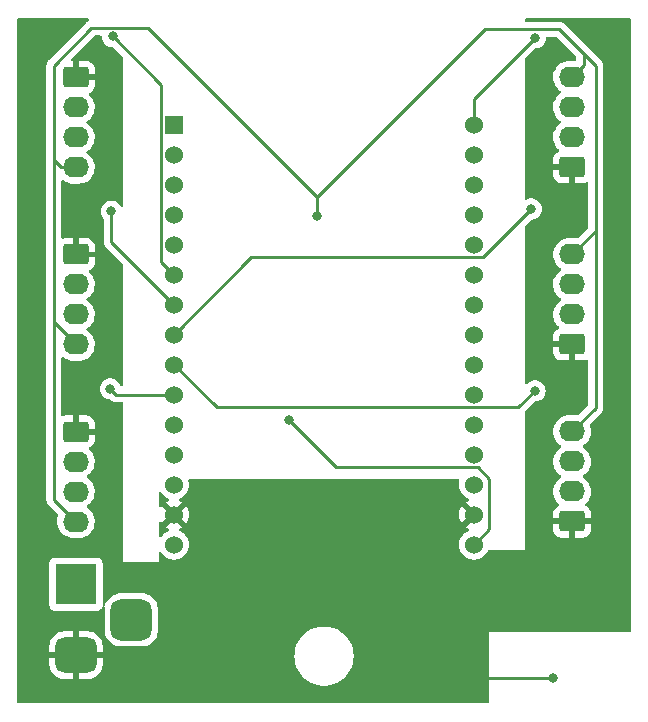
<source format=gbr>
%TF.GenerationSoftware,KiCad,Pcbnew,7.0.2*%
%TF.CreationDate,2023-04-23T19:59:56+01:00*%
%TF.ProjectId,fan-controller,66616e2d-636f-46e7-9472-6f6c6c65722e,rev?*%
%TF.SameCoordinates,Original*%
%TF.FileFunction,Copper,L2,Bot*%
%TF.FilePolarity,Positive*%
%FSLAX46Y46*%
G04 Gerber Fmt 4.6, Leading zero omitted, Abs format (unit mm)*
G04 Created by KiCad (PCBNEW 7.0.2) date 2023-04-23 19:59:56*
%MOMM*%
%LPD*%
G01*
G04 APERTURE LIST*
G04 Aperture macros list*
%AMRoundRect*
0 Rectangle with rounded corners*
0 $1 Rounding radius*
0 $2 $3 $4 $5 $6 $7 $8 $9 X,Y pos of 4 corners*
0 Add a 4 corners polygon primitive as box body*
4,1,4,$2,$3,$4,$5,$6,$7,$8,$9,$2,$3,0*
0 Add four circle primitives for the rounded corners*
1,1,$1+$1,$2,$3*
1,1,$1+$1,$4,$5*
1,1,$1+$1,$6,$7*
1,1,$1+$1,$8,$9*
0 Add four rect primitives between the rounded corners*
20,1,$1+$1,$2,$3,$4,$5,0*
20,1,$1+$1,$4,$5,$6,$7,0*
20,1,$1+$1,$6,$7,$8,$9,0*
20,1,$1+$1,$8,$9,$2,$3,0*%
G04 Aperture macros list end*
%TA.AperFunction,ComponentPad*%
%ADD10R,1.524000X1.524000*%
%TD*%
%TA.AperFunction,ComponentPad*%
%ADD11C,1.524000*%
%TD*%
%TA.AperFunction,ComponentPad*%
%ADD12RoundRect,0.250000X-0.845000X0.620000X-0.845000X-0.620000X0.845000X-0.620000X0.845000X0.620000X0*%
%TD*%
%TA.AperFunction,ComponentPad*%
%ADD13O,2.190000X1.740000*%
%TD*%
%TA.AperFunction,ComponentPad*%
%ADD14RoundRect,0.250000X0.845000X-0.620000X0.845000X0.620000X-0.845000X0.620000X-0.845000X-0.620000X0*%
%TD*%
%TA.AperFunction,ComponentPad*%
%ADD15R,3.500000X3.500000*%
%TD*%
%TA.AperFunction,ComponentPad*%
%ADD16RoundRect,0.750000X1.000000X-0.750000X1.000000X0.750000X-1.000000X0.750000X-1.000000X-0.750000X0*%
%TD*%
%TA.AperFunction,ComponentPad*%
%ADD17RoundRect,0.875000X0.875000X-0.875000X0.875000X0.875000X-0.875000X0.875000X-0.875000X-0.875000X0*%
%TD*%
%TA.AperFunction,ViaPad*%
%ADD18C,0.800000*%
%TD*%
%TA.AperFunction,Conductor*%
%ADD19C,0.254000*%
%TD*%
%TA.AperFunction,Conductor*%
%ADD20C,0.250000*%
%TD*%
G04 APERTURE END LIST*
D10*
%TO.P,U4,1,EN*%
%TO.N,unconnected-(U4-EN-Pad1)*%
X33300000Y-29000000D03*
D11*
%TO.P,U4,2,SENSOR_VP*%
%TO.N,unconnected-(U4-SENSOR_VP-Pad2)*%
X33300000Y-31540000D03*
%TO.P,U4,3,SENSOR_VN*%
%TO.N,unconnected-(U4-SENSOR_VN-Pad3)*%
X33300000Y-34080000D03*
%TO.P,U4,4,IO34*%
%TO.N,unconnected-(U4-IO34-Pad4)*%
X33300000Y-36620000D03*
%TO.P,U4,5,IO35*%
%TO.N,unconnected-(U4-IO35-Pad5)*%
X33300000Y-39160000D03*
%TO.P,U4,6,IO32*%
%TO.N,TACO_4*%
X33300000Y-41700000D03*
%TO.P,U4,7,IO33*%
%TO.N,TACO_5*%
X33300000Y-44240000D03*
%TO.P,U4,8,IO25*%
%TO.N,TACO_2*%
X33300000Y-46780000D03*
%TO.P,U4,9,IO26*%
%TO.N,TACO_3*%
X33300000Y-49320000D03*
%TO.P,U4,10,IO27*%
%TO.N,TACO_6*%
X33300000Y-51860000D03*
%TO.P,U4,11,IO14*%
%TO.N,unconnected-(U4-IO14-Pad11)*%
X33300000Y-54400000D03*
%TO.P,U4,12,IO12*%
%TO.N,unconnected-(U4-IO12-Pad12)*%
X33300000Y-56940000D03*
%TO.P,U4,13,IO13*%
%TO.N,PWM_1*%
X33300000Y-59480000D03*
%TO.P,U4,14,GND*%
%TO.N,GND*%
X33300000Y-62020000D03*
%TO.P,U4,15,VIN*%
%TO.N,+5V*%
X33300000Y-64560000D03*
%TO.P,U4,16,3V3*%
%TO.N,+3.3V*%
X58700000Y-64560000D03*
%TO.P,U4,17,GND*%
%TO.N,GND*%
X58700000Y-62020000D03*
%TO.P,U4,18,IO15*%
%TO.N,unconnected-(U4-IO15-Pad18)*%
X58700000Y-59480000D03*
%TO.P,U4,19,IO2*%
%TO.N,unconnected-(U4-IO2-Pad19)*%
X58700000Y-56940000D03*
%TO.P,U4,20,IO4*%
%TO.N,unconnected-(U4-IO4-Pad20)*%
X58700000Y-54400000D03*
%TO.P,U4,21,IO16*%
%TO.N,unconnected-(U4-IO16-Pad21)*%
X58700000Y-51860000D03*
%TO.P,U4,22,IO17*%
%TO.N,unconnected-(U4-IO17-Pad22)*%
X58700000Y-49320000D03*
%TO.P,U4,23,IO5*%
%TO.N,unconnected-(U4-IO5-Pad23)*%
X58700000Y-46780000D03*
%TO.P,U4,24,IO18*%
%TO.N,unconnected-(U4-IO18-Pad24)*%
X58700000Y-44240000D03*
%TO.P,U4,25,IO19*%
%TO.N,unconnected-(U4-IO19-Pad25)*%
X58700000Y-41700000D03*
%TO.P,U4,26,IO21*%
%TO.N,SDA*%
X58700000Y-39160000D03*
%TO.P,U4,27,RXD0/IO3*%
%TO.N,unconnected-(U4-RXD0{slash}IO3-Pad27)*%
X58700000Y-36620000D03*
%TO.P,U4,28,TXD0/IO1*%
%TO.N,unconnected-(U4-TXD0{slash}IO1-Pad28)*%
X58700000Y-34080000D03*
%TO.P,U4,29,IO22*%
%TO.N,SCL*%
X58700000Y-31540000D03*
%TO.P,U4,30,IO23*%
%TO.N,TACO_1*%
X58700000Y-29000000D03*
%TD*%
D12*
%TO.P,J6,1,Pin_1*%
%TO.N,GND*%
X25000000Y-40000000D03*
D13*
%TO.P,J6,2,Pin_2*%
%TO.N,+12V*%
X25000000Y-42540000D03*
%TO.P,J6,3,Pin_3*%
%TO.N,Net-(D5-K)*%
X25000000Y-45080000D03*
%TO.P,J6,4,Pin_4*%
%TO.N,PWM_OUT*%
X25000000Y-47620000D03*
%TD*%
D14*
%TO.P,J4,1,Pin_1*%
%TO.N,GND*%
X67000000Y-62600000D03*
D13*
%TO.P,J4,2,Pin_2*%
%TO.N,+12V*%
X67000000Y-60060000D03*
%TO.P,J4,3,Pin_3*%
%TO.N,Net-(D3-K)*%
X67000000Y-57520000D03*
%TO.P,J4,4,Pin_4*%
%TO.N,PWM_OUT*%
X67000000Y-54980000D03*
%TD*%
D15*
%TO.P,J1,1*%
%TO.N,+12V*%
X25000000Y-67914000D03*
D16*
%TO.P,J1,2*%
%TO.N,GND*%
X25000000Y-73914000D03*
D17*
%TO.P,J1,3*%
%TO.N,N/C*%
X29700000Y-70914000D03*
%TD*%
D12*
%TO.P,J5,1,Pin_1*%
%TO.N,GND*%
X25000000Y-25000000D03*
D13*
%TO.P,J5,2,Pin_2*%
%TO.N,+12V*%
X25000000Y-27540000D03*
%TO.P,J5,3,Pin_3*%
%TO.N,Net-(D4-K)*%
X25000000Y-30080000D03*
%TO.P,J5,4,Pin_4*%
%TO.N,PWM_OUT*%
X25000000Y-32620000D03*
%TD*%
D14*
%TO.P,J2,1,Pin_1*%
%TO.N,GND*%
X67000000Y-32600000D03*
D13*
%TO.P,J2,2,Pin_2*%
%TO.N,+12V*%
X67000000Y-30060000D03*
%TO.P,J2,3,Pin_3*%
%TO.N,Net-(D1-K)*%
X67000000Y-27520000D03*
%TO.P,J2,4,Pin_4*%
%TO.N,PWM_OUT*%
X67000000Y-24980000D03*
%TD*%
D14*
%TO.P,J3,1,Pin_1*%
%TO.N,GND*%
X67000000Y-47600000D03*
D13*
%TO.P,J3,2,Pin_2*%
%TO.N,+12V*%
X67000000Y-45060000D03*
%TO.P,J3,3,Pin_3*%
%TO.N,Net-(D2-K)*%
X67000000Y-42520000D03*
%TO.P,J3,4,Pin_4*%
%TO.N,PWM_OUT*%
X67000000Y-39980000D03*
%TD*%
D12*
%TO.P,J7,1,Pin_1*%
%TO.N,GND*%
X25000000Y-55000000D03*
D13*
%TO.P,J7,2,Pin_2*%
%TO.N,+12V*%
X25000000Y-57540000D03*
%TO.P,J7,3,Pin_3*%
%TO.N,Net-(D6-K)*%
X25000000Y-60080000D03*
%TO.P,J7,4,Pin_4*%
%TO.N,PWM_OUT*%
X25000000Y-62620000D03*
%TD*%
D18*
%TO.N,+3.3V*%
X43000000Y-54000000D03*
%TO.N,GND*%
X65424062Y-75845337D03*
%TO.N,TACO_1*%
X63878446Y-21649191D03*
%TO.N,TACO_2*%
X63542472Y-36158520D03*
%TO.N,TACO_3*%
X63868556Y-51544691D03*
%TO.N,TACO_4*%
X28099487Y-21542657D03*
%TO.N,TACO_5*%
X28000000Y-36356683D03*
%TO.N,TACO_6*%
X27910567Y-51375374D03*
%TO.N,PWM_OUT*%
X45420377Y-36765827D03*
%TD*%
D19*
%TO.N,+3.3V*%
X57000000Y-58000000D02*
X57029000Y-58029000D01*
X57000000Y-58000000D02*
X47000000Y-58000000D01*
X60000000Y-63260000D02*
X58700000Y-64560000D01*
X57029000Y-58029000D02*
X59029000Y-58029000D01*
X60000000Y-59000000D02*
X60000000Y-63260000D01*
X59029000Y-58029000D02*
X60000000Y-59000000D01*
X47000000Y-58000000D02*
X43000000Y-54000000D01*
%TO.N,GND*%
X65424062Y-75845337D02*
X59154663Y-75845337D01*
D20*
%TO.N,TACO_1*%
X58700000Y-26827637D02*
X63878446Y-21649191D01*
X58700000Y-29000000D02*
X58700000Y-26827637D01*
%TO.N,TACO_2*%
X63542472Y-36158520D02*
X59453992Y-40247000D01*
X59453992Y-40247000D02*
X39833000Y-40247000D01*
X39833000Y-40247000D02*
X33300000Y-46780000D01*
%TO.N,TACO_3*%
X36927000Y-52947000D02*
X33300000Y-49320000D01*
X62466247Y-52947000D02*
X36927000Y-52947000D01*
X63868556Y-51544691D02*
X62466247Y-52947000D01*
%TO.N,TACO_4*%
X33300000Y-41700000D02*
X32213000Y-40613000D01*
X32213000Y-40613000D02*
X32213000Y-25656170D01*
X32213000Y-25656170D02*
X28099487Y-21542657D01*
%TO.N,TACO_5*%
X33300000Y-44240000D02*
X28000000Y-38940000D01*
X28000000Y-38940000D02*
X28000000Y-36356683D01*
%TO.N,TACO_6*%
X28395193Y-51860000D02*
X27910567Y-51375374D01*
X33300000Y-51860000D02*
X28395193Y-51860000D01*
%TO.N,PWM_OUT*%
X69000000Y-37000000D02*
X69000000Y-24000000D01*
X68000000Y-23980000D02*
X68000000Y-23000000D01*
X45420377Y-35105413D02*
X59601599Y-20924191D01*
X23125000Y-45745000D02*
X23125000Y-45000000D01*
X67000000Y-54980000D02*
X69000000Y-52980000D01*
X25000000Y-47620000D02*
X23125000Y-45745000D01*
X25000000Y-62620000D02*
X23125000Y-60745000D01*
X31080553Y-20817657D02*
X26307343Y-20817657D01*
X45420377Y-36765827D02*
X45420377Y-35157481D01*
X59601599Y-20924191D02*
X65924191Y-20924191D01*
X69000000Y-52980000D02*
X69000000Y-37000000D01*
X69000000Y-37980000D02*
X69000000Y-37000000D01*
X23125000Y-45000000D02*
X23125000Y-32000000D01*
X23745000Y-32620000D02*
X23125000Y-32000000D01*
X67000000Y-24980000D02*
X68000000Y-23980000D01*
X45420377Y-35157481D02*
X31080553Y-20817657D01*
X67000000Y-39980000D02*
X69000000Y-37980000D01*
X65924191Y-20924191D02*
X68000000Y-23000000D01*
X23125000Y-60745000D02*
X23125000Y-45000000D01*
X45420377Y-36765827D02*
X45420377Y-35105413D01*
X23125000Y-24000000D02*
X23125000Y-32000000D01*
X69000000Y-24000000D02*
X68000000Y-23000000D01*
X26307343Y-20817657D02*
X23125000Y-24000000D01*
X25000000Y-32620000D02*
X23745000Y-32620000D01*
%TD*%
%TA.AperFunction,Conductor*%
%TO.N,GND*%
G36*
X26074073Y-20020185D02*
G01*
X26119828Y-20072989D01*
X26129772Y-20142147D01*
X26100747Y-20205703D01*
X26070149Y-20231236D01*
X26039707Y-20249237D01*
X26022247Y-20257790D01*
X26003610Y-20265169D01*
X25968274Y-20290842D01*
X25958517Y-20297252D01*
X25920923Y-20319486D01*
X25906756Y-20333653D01*
X25891967Y-20346283D01*
X25875756Y-20358061D01*
X25847915Y-20391715D01*
X25840054Y-20400354D01*
X22741208Y-23499199D01*
X22725110Y-23512096D01*
X22677096Y-23563225D01*
X22674392Y-23566016D01*
X22657628Y-23582780D01*
X22657621Y-23582787D01*
X22654880Y-23585529D01*
X22652499Y-23588597D01*
X22652490Y-23588608D01*
X22652411Y-23588711D01*
X22644842Y-23597572D01*
X22614935Y-23629420D01*
X22605285Y-23646974D01*
X22594609Y-23663228D01*
X22582326Y-23679063D01*
X22564975Y-23719158D01*
X22559838Y-23729644D01*
X22538802Y-23767907D01*
X22533821Y-23787309D01*
X22527520Y-23805711D01*
X22519561Y-23824102D01*
X22512728Y-23867242D01*
X22510360Y-23878674D01*
X22499500Y-23920977D01*
X22499500Y-23941016D01*
X22497972Y-23960414D01*
X22494840Y-23980196D01*
X22498950Y-24023673D01*
X22499500Y-24035343D01*
X22499500Y-31917256D01*
X22497235Y-31937766D01*
X22499439Y-32007872D01*
X22499500Y-32011767D01*
X22499500Y-45662256D01*
X22497235Y-45682766D01*
X22499439Y-45752872D01*
X22499500Y-45756767D01*
X22499500Y-60662256D01*
X22497235Y-60682766D01*
X22499439Y-60752872D01*
X22499500Y-60756767D01*
X22499500Y-60784350D01*
X22499988Y-60788219D01*
X22499989Y-60788225D01*
X22500004Y-60788343D01*
X22500918Y-60799967D01*
X22502290Y-60843626D01*
X22507879Y-60862860D01*
X22511825Y-60881916D01*
X22514335Y-60901792D01*
X22530414Y-60942404D01*
X22534197Y-60953451D01*
X22546382Y-60995391D01*
X22556580Y-61012635D01*
X22565136Y-61030100D01*
X22572514Y-61048732D01*
X22572515Y-61048733D01*
X22598180Y-61084059D01*
X22604593Y-61093822D01*
X22626826Y-61131416D01*
X22626829Y-61131419D01*
X22626830Y-61131420D01*
X22640995Y-61145585D01*
X22653627Y-61160375D01*
X22665406Y-61176587D01*
X22699058Y-61204426D01*
X22707699Y-61212289D01*
X23470360Y-61974951D01*
X23503845Y-62036274D01*
X23501244Y-62098941D01*
X23430417Y-62330217D01*
X23400784Y-62561627D01*
X23410685Y-62794704D01*
X23459836Y-63022767D01*
X23539838Y-63221858D01*
X23546821Y-63239235D01*
X23669138Y-63437891D01*
X23816718Y-63605574D01*
X23823270Y-63613019D01*
X24004776Y-63759576D01*
X24208448Y-63873354D01*
X24428418Y-63951074D01*
X24658351Y-63990500D01*
X24658353Y-63990500D01*
X25280585Y-63990500D01*
X25283216Y-63990500D01*
X25457453Y-63975670D01*
X25646911Y-63926339D01*
X25683220Y-63916885D01*
X25789510Y-63868838D01*
X25895802Y-63820792D01*
X26089088Y-63690153D01*
X26257516Y-63528728D01*
X26396240Y-63341161D01*
X26501270Y-63132847D01*
X26569583Y-62909780D01*
X26599216Y-62678376D01*
X26589314Y-62445293D01*
X26540164Y-62217235D01*
X26453179Y-62000765D01*
X26330862Y-61802109D01*
X26176731Y-61626982D01*
X26176729Y-61626980D01*
X25995221Y-61480421D01*
X25954897Y-61457895D01*
X25905971Y-61408015D01*
X25891779Y-61339602D01*
X25916827Y-61274376D01*
X25945931Y-61246910D01*
X26089088Y-61150153D01*
X26257516Y-60988728D01*
X26396240Y-60801161D01*
X26501270Y-60592847D01*
X26569583Y-60369780D01*
X26599216Y-60138376D01*
X26589314Y-59905293D01*
X26540164Y-59677235D01*
X26453179Y-59460765D01*
X26330862Y-59262109D01*
X26176731Y-59086982D01*
X26158782Y-59072489D01*
X25995221Y-58940421D01*
X25954897Y-58917895D01*
X25905971Y-58868015D01*
X25891779Y-58799602D01*
X25916827Y-58734376D01*
X25945931Y-58706910D01*
X26089088Y-58610153D01*
X26257516Y-58448728D01*
X26396240Y-58261161D01*
X26501270Y-58052847D01*
X26569583Y-57829780D01*
X26599216Y-57598376D01*
X26589314Y-57365293D01*
X26540164Y-57137235D01*
X26453179Y-56920765D01*
X26330862Y-56722109D01*
X26176731Y-56546982D01*
X26176730Y-56546982D01*
X26136768Y-56514714D01*
X26096976Y-56457283D01*
X26094550Y-56387456D01*
X26130260Y-56327401D01*
X26153008Y-56313945D01*
X26151787Y-56311966D01*
X26313345Y-56212316D01*
X26437316Y-56088345D01*
X26529357Y-55939122D01*
X26584506Y-55772696D01*
X26594680Y-55673109D01*
X26595000Y-55666831D01*
X26595000Y-55250000D01*
X25540470Y-55250000D01*
X25579685Y-55155326D01*
X25600134Y-55000000D01*
X25579685Y-54844674D01*
X25540470Y-54750000D01*
X26594999Y-54750000D01*
X26594999Y-54333170D01*
X26594678Y-54326888D01*
X26584506Y-54227304D01*
X26529357Y-54060877D01*
X26437316Y-53911654D01*
X26313345Y-53787683D01*
X26164122Y-53695642D01*
X25997696Y-53640493D01*
X25898109Y-53630319D01*
X25891832Y-53630000D01*
X25250000Y-53630000D01*
X25250000Y-54459530D01*
X25155326Y-54420315D01*
X25038997Y-54405000D01*
X24961003Y-54405000D01*
X24844674Y-54420315D01*
X24750000Y-54459530D01*
X24750000Y-53630000D01*
X24108171Y-53630000D01*
X24101888Y-53630321D01*
X24002303Y-53640493D01*
X23913503Y-53669919D01*
X23843675Y-53672321D01*
X23783633Y-53636589D01*
X23752441Y-53574068D01*
X23750500Y-53552213D01*
X23750500Y-48813760D01*
X23770185Y-48746721D01*
X23822989Y-48700966D01*
X23892147Y-48691022D01*
X23952400Y-48717284D01*
X24004780Y-48759578D01*
X24208448Y-48873354D01*
X24428418Y-48951074D01*
X24658351Y-48990500D01*
X24658353Y-48990500D01*
X25280585Y-48990500D01*
X25283216Y-48990500D01*
X25457453Y-48975670D01*
X25607963Y-48936480D01*
X25683220Y-48916885D01*
X25789510Y-48868838D01*
X25895802Y-48820792D01*
X26089088Y-48690153D01*
X26257516Y-48528728D01*
X26396240Y-48341161D01*
X26501270Y-48132847D01*
X26569583Y-47909780D01*
X26599216Y-47678376D01*
X26589314Y-47445293D01*
X26540164Y-47217235D01*
X26453179Y-47000765D01*
X26330862Y-46802109D01*
X26176731Y-46626982D01*
X26176729Y-46626980D01*
X25995221Y-46480421D01*
X25954897Y-46457895D01*
X25905971Y-46408015D01*
X25891779Y-46339602D01*
X25916827Y-46274376D01*
X25945931Y-46246910D01*
X26089088Y-46150153D01*
X26257516Y-45988728D01*
X26396240Y-45801161D01*
X26501270Y-45592847D01*
X26569583Y-45369780D01*
X26599216Y-45138376D01*
X26589314Y-44905293D01*
X26540164Y-44677235D01*
X26453179Y-44460765D01*
X26330862Y-44262109D01*
X26176731Y-44086982D01*
X26176729Y-44086980D01*
X25995221Y-43940421D01*
X25954897Y-43917895D01*
X25905971Y-43868015D01*
X25891779Y-43799602D01*
X25916827Y-43734376D01*
X25945931Y-43706910D01*
X26089088Y-43610153D01*
X26257516Y-43448728D01*
X26396240Y-43261161D01*
X26501270Y-43052847D01*
X26569583Y-42829780D01*
X26599216Y-42598376D01*
X26589314Y-42365293D01*
X26540164Y-42137235D01*
X26453179Y-41920765D01*
X26330862Y-41722109D01*
X26176731Y-41546982D01*
X26168039Y-41539964D01*
X26136768Y-41514714D01*
X26096976Y-41457283D01*
X26094550Y-41387456D01*
X26130260Y-41327401D01*
X26153008Y-41313945D01*
X26151787Y-41311966D01*
X26313345Y-41212316D01*
X26437316Y-41088345D01*
X26529357Y-40939122D01*
X26584506Y-40772696D01*
X26594680Y-40673109D01*
X26595000Y-40666831D01*
X26595000Y-40250000D01*
X25540470Y-40250000D01*
X25579685Y-40155326D01*
X25600134Y-40000000D01*
X25579685Y-39844674D01*
X25540470Y-39750000D01*
X26594999Y-39750000D01*
X26594999Y-39333170D01*
X26594678Y-39326888D01*
X26584506Y-39227304D01*
X26529357Y-39060877D01*
X26437316Y-38911654D01*
X26313345Y-38787683D01*
X26164122Y-38695642D01*
X25997696Y-38640493D01*
X25898109Y-38630319D01*
X25891832Y-38630000D01*
X25250000Y-38630000D01*
X25250000Y-39459530D01*
X25155326Y-39420315D01*
X25038997Y-39405000D01*
X24961003Y-39405000D01*
X24844674Y-39420315D01*
X24750000Y-39459530D01*
X24750000Y-38630000D01*
X24108171Y-38630000D01*
X24101888Y-38630321D01*
X24002303Y-38640493D01*
X23913503Y-38669919D01*
X23843675Y-38672321D01*
X23783633Y-38636589D01*
X23752441Y-38574068D01*
X23750500Y-38552213D01*
X23750500Y-33813760D01*
X23770185Y-33746721D01*
X23822989Y-33700966D01*
X23892147Y-33691022D01*
X23952400Y-33717284D01*
X24004780Y-33759578D01*
X24208448Y-33873354D01*
X24428418Y-33951074D01*
X24658351Y-33990500D01*
X24658353Y-33990500D01*
X25280585Y-33990500D01*
X25283216Y-33990500D01*
X25457453Y-33975670D01*
X25607963Y-33936479D01*
X25683220Y-33916885D01*
X25809214Y-33859932D01*
X25895802Y-33820792D01*
X26089088Y-33690153D01*
X26257516Y-33528728D01*
X26396240Y-33341161D01*
X26501270Y-33132847D01*
X26569583Y-32909780D01*
X26599216Y-32678376D01*
X26589314Y-32445293D01*
X26540164Y-32217235D01*
X26453179Y-32000765D01*
X26330862Y-31802109D01*
X26176731Y-31626982D01*
X26176729Y-31626980D01*
X25995221Y-31480421D01*
X25954897Y-31457895D01*
X25905971Y-31408015D01*
X25891779Y-31339602D01*
X25916827Y-31274376D01*
X25945931Y-31246910D01*
X26089088Y-31150153D01*
X26257516Y-30988728D01*
X26396240Y-30801161D01*
X26501270Y-30592847D01*
X26569583Y-30369780D01*
X26599216Y-30138376D01*
X26589314Y-29905293D01*
X26540164Y-29677235D01*
X26453179Y-29460765D01*
X26330862Y-29262109D01*
X26176731Y-29086982D01*
X26176729Y-29086980D01*
X25995221Y-28940421D01*
X25954897Y-28917895D01*
X25905971Y-28868015D01*
X25891779Y-28799602D01*
X25916827Y-28734376D01*
X25945931Y-28706910D01*
X26089088Y-28610153D01*
X26257516Y-28448728D01*
X26396240Y-28261161D01*
X26501270Y-28052847D01*
X26569583Y-27829780D01*
X26599216Y-27598376D01*
X26589314Y-27365293D01*
X26540164Y-27137235D01*
X26453179Y-26920765D01*
X26330862Y-26722109D01*
X26176731Y-26546982D01*
X26168039Y-26539964D01*
X26136768Y-26514714D01*
X26096976Y-26457283D01*
X26094550Y-26387456D01*
X26130260Y-26327401D01*
X26153008Y-26313945D01*
X26151787Y-26311966D01*
X26313345Y-26212316D01*
X26437316Y-26088345D01*
X26529357Y-25939122D01*
X26584506Y-25772696D01*
X26594680Y-25673109D01*
X26595000Y-25666831D01*
X26595000Y-25250000D01*
X25540470Y-25250000D01*
X25579685Y-25155326D01*
X25600134Y-25000000D01*
X25579685Y-24844674D01*
X25540470Y-24750000D01*
X26594999Y-24750000D01*
X26594999Y-24333170D01*
X26594678Y-24326888D01*
X26584506Y-24227304D01*
X26529357Y-24060877D01*
X26437316Y-23911654D01*
X26313345Y-23787683D01*
X26164122Y-23695642D01*
X25997696Y-23640493D01*
X25898109Y-23630319D01*
X25891832Y-23630000D01*
X25250000Y-23630000D01*
X25250000Y-24459530D01*
X25155326Y-24420315D01*
X25038997Y-24405000D01*
X24961003Y-24405000D01*
X24844674Y-24420315D01*
X24750000Y-24459530D01*
X24750000Y-23630000D01*
X24678951Y-23630000D01*
X24611912Y-23610315D01*
X24566157Y-23557511D01*
X24556213Y-23488353D01*
X24585238Y-23424797D01*
X24591256Y-23418333D01*
X26530114Y-21479476D01*
X26591437Y-21445991D01*
X26617795Y-21443157D01*
X27071919Y-21443157D01*
X27138958Y-21462842D01*
X27184713Y-21515646D01*
X27195239Y-21554194D01*
X27199646Y-21596115D01*
X27213813Y-21730914D01*
X27272307Y-21910941D01*
X27366953Y-22074873D01*
X27493616Y-22215546D01*
X27646756Y-22326808D01*
X27819684Y-22403801D01*
X28004839Y-22443157D01*
X28004841Y-22443157D01*
X28064035Y-22443157D01*
X28131074Y-22462842D01*
X28151716Y-22479476D01*
X28963681Y-23291441D01*
X28997166Y-23352764D01*
X29000000Y-23379122D01*
X29000000Y-35824958D01*
X28980315Y-35891997D01*
X28927511Y-35937752D01*
X28858353Y-35947696D01*
X28794797Y-35918671D01*
X28768613Y-35886958D01*
X28732533Y-35824467D01*
X28605870Y-35683793D01*
X28452730Y-35572531D01*
X28279802Y-35495538D01*
X28094648Y-35456183D01*
X28094646Y-35456183D01*
X27905354Y-35456183D01*
X27905352Y-35456183D01*
X27720197Y-35495538D01*
X27547269Y-35572531D01*
X27394129Y-35683793D01*
X27267466Y-35824466D01*
X27172820Y-35988398D01*
X27114326Y-36168425D01*
X27094540Y-36356683D01*
X27114326Y-36544940D01*
X27172820Y-36724967D01*
X27267464Y-36888896D01*
X27267467Y-36888899D01*
X27342649Y-36972397D01*
X27372879Y-37035388D01*
X27374499Y-37055369D01*
X27374499Y-38857256D01*
X27372235Y-38877763D01*
X27374439Y-38947872D01*
X27374500Y-38951767D01*
X27374500Y-38979350D01*
X27374988Y-38983219D01*
X27374989Y-38983225D01*
X27375004Y-38983343D01*
X27375918Y-38994967D01*
X27377290Y-39038626D01*
X27382879Y-39057860D01*
X27386825Y-39076916D01*
X27389335Y-39096792D01*
X27405414Y-39137404D01*
X27409197Y-39148451D01*
X27421382Y-39190391D01*
X27431580Y-39207635D01*
X27440136Y-39225100D01*
X27447514Y-39243732D01*
X27447515Y-39243733D01*
X27473180Y-39279059D01*
X27479593Y-39288822D01*
X27501826Y-39326416D01*
X27501829Y-39326419D01*
X27501830Y-39326420D01*
X27515995Y-39340585D01*
X27528627Y-39355375D01*
X27540406Y-39371587D01*
X27574058Y-39399426D01*
X27582699Y-39407289D01*
X28963680Y-40788270D01*
X28997165Y-40849593D01*
X28999999Y-40875951D01*
X28999999Y-51031318D01*
X28980314Y-51098357D01*
X28927510Y-51144112D01*
X28858352Y-51154056D01*
X28794796Y-51125031D01*
X28758068Y-51069635D01*
X28737746Y-51007090D01*
X28643100Y-50843157D01*
X28516437Y-50702484D01*
X28363297Y-50591222D01*
X28190369Y-50514229D01*
X28005215Y-50474874D01*
X28005213Y-50474874D01*
X27815921Y-50474874D01*
X27815919Y-50474874D01*
X27630764Y-50514229D01*
X27457836Y-50591222D01*
X27304696Y-50702484D01*
X27178033Y-50843157D01*
X27083387Y-51007089D01*
X27024893Y-51187116D01*
X27005107Y-51375374D01*
X27024893Y-51563631D01*
X27083387Y-51743658D01*
X27178033Y-51907590D01*
X27304696Y-52048263D01*
X27457836Y-52159525D01*
X27630764Y-52236518D01*
X27815919Y-52275874D01*
X27815921Y-52275874D01*
X27875115Y-52275874D01*
X27942154Y-52295559D01*
X27962796Y-52312193D01*
X27980723Y-52330120D01*
X27983808Y-52332513D01*
X27983894Y-52332580D01*
X27992766Y-52340158D01*
X28024611Y-52370062D01*
X28042167Y-52379714D01*
X28058424Y-52390392D01*
X28074257Y-52402674D01*
X28090378Y-52409649D01*
X28114349Y-52420023D01*
X28124836Y-52425160D01*
X28163101Y-52446197D01*
X28182509Y-52451180D01*
X28200903Y-52457478D01*
X28219298Y-52465438D01*
X28262447Y-52472271D01*
X28273873Y-52474638D01*
X28289415Y-52478629D01*
X28316173Y-52485500D01*
X28316174Y-52485500D01*
X28336209Y-52485500D01*
X28355606Y-52487026D01*
X28375389Y-52490160D01*
X28418867Y-52486050D01*
X28430537Y-52485500D01*
X28876000Y-52485500D01*
X28943039Y-52505185D01*
X28988794Y-52557989D01*
X29000000Y-52609500D01*
X29000000Y-66000000D01*
X32000000Y-66000000D01*
X32000000Y-65297787D01*
X32019685Y-65230748D01*
X32072489Y-65184993D01*
X32141647Y-65175049D01*
X32205203Y-65204074D01*
X32225571Y-65226660D01*
X32329174Y-65374620D01*
X32485380Y-65530826D01*
X32666338Y-65657534D01*
X32866550Y-65750894D01*
X33079932Y-65808070D01*
X33300000Y-65827323D01*
X33520068Y-65808070D01*
X33733450Y-65750894D01*
X33933662Y-65657534D01*
X34114620Y-65530826D01*
X34270826Y-65374620D01*
X34397534Y-65193662D01*
X34490894Y-64993450D01*
X34548070Y-64780068D01*
X34567323Y-64560000D01*
X34548070Y-64339932D01*
X34490894Y-64126550D01*
X34397534Y-63926339D01*
X34270826Y-63745380D01*
X34114620Y-63589174D01*
X33933662Y-63462466D01*
X33880961Y-63437891D01*
X33804218Y-63402105D01*
X33751779Y-63355932D01*
X33732627Y-63288739D01*
X33752843Y-63221858D01*
X33804220Y-63177340D01*
X33933411Y-63117098D01*
X33998187Y-63071740D01*
X33327448Y-62401000D01*
X33331569Y-62401000D01*
X33425421Y-62385339D01*
X33537251Y-62324820D01*
X33623371Y-62231269D01*
X33674448Y-62114823D01*
X33680105Y-62046551D01*
X34351740Y-62718186D01*
X34397100Y-62653408D01*
X34490420Y-62453281D01*
X34547575Y-62239978D01*
X34566821Y-62020000D01*
X34547575Y-61800021D01*
X34490421Y-61586720D01*
X34397098Y-61386589D01*
X34351740Y-61321811D01*
X33684903Y-61988647D01*
X33684949Y-61988102D01*
X33653734Y-61864838D01*
X33584187Y-61758388D01*
X33483843Y-61680287D01*
X33363578Y-61639000D01*
X33327447Y-61639000D01*
X33998187Y-60968258D01*
X33933406Y-60922898D01*
X33804219Y-60862658D01*
X33751779Y-60816486D01*
X33732627Y-60749293D01*
X33752843Y-60682411D01*
X33804219Y-60637894D01*
X33933662Y-60577534D01*
X34114620Y-60450826D01*
X34270826Y-60294620D01*
X34397534Y-60113662D01*
X34490894Y-59913450D01*
X34548070Y-59700068D01*
X34567323Y-59480000D01*
X34548070Y-59259932D01*
X34520246Y-59156092D01*
X34521909Y-59086244D01*
X34561071Y-59028382D01*
X34625299Y-59000877D01*
X34640021Y-59000000D01*
X57359979Y-59000000D01*
X57427018Y-59019685D01*
X57472773Y-59072489D01*
X57482717Y-59141647D01*
X57479755Y-59156086D01*
X57465823Y-59208079D01*
X57451929Y-59259934D01*
X57432676Y-59480000D01*
X57451929Y-59700065D01*
X57451930Y-59700068D01*
X57509106Y-59913450D01*
X57602466Y-60113662D01*
X57729174Y-60294620D01*
X57885380Y-60450826D01*
X58066338Y-60577534D01*
X58136173Y-60610098D01*
X58195780Y-60637894D01*
X58248219Y-60684066D01*
X58267371Y-60751260D01*
X58247155Y-60818141D01*
X58195780Y-60862658D01*
X58066589Y-60922900D01*
X58001811Y-60968258D01*
X58672553Y-61639000D01*
X58668431Y-61639000D01*
X58574579Y-61654661D01*
X58462749Y-61715180D01*
X58376629Y-61808731D01*
X58325552Y-61925177D01*
X58319894Y-61993448D01*
X57648258Y-61321811D01*
X57648258Y-61321812D01*
X57602900Y-61386589D01*
X57509578Y-61586719D01*
X57452424Y-61800021D01*
X57433178Y-62020000D01*
X57452424Y-62239978D01*
X57509579Y-62453281D01*
X57602898Y-62653406D01*
X57648258Y-62718187D01*
X58315096Y-62051348D01*
X58315051Y-62051898D01*
X58346266Y-62175162D01*
X58415813Y-62281612D01*
X58516157Y-62359713D01*
X58636422Y-62401000D01*
X58672553Y-62401000D01*
X58001812Y-63071740D01*
X58066592Y-63117100D01*
X58195780Y-63177341D01*
X58248220Y-63223513D01*
X58267372Y-63290706D01*
X58247157Y-63357587D01*
X58195782Y-63402105D01*
X58066336Y-63462467D01*
X57885379Y-63589174D01*
X57729174Y-63745379D01*
X57602466Y-63926338D01*
X57509106Y-64126548D01*
X57451929Y-64339934D01*
X57432676Y-64560000D01*
X57451929Y-64780065D01*
X57509106Y-64993451D01*
X57545545Y-65071595D01*
X57602466Y-65193662D01*
X57729174Y-65374620D01*
X57885380Y-65530826D01*
X58066338Y-65657534D01*
X58266550Y-65750894D01*
X58479932Y-65808070D01*
X58700000Y-65827323D01*
X58920068Y-65808070D01*
X59133450Y-65750894D01*
X59333662Y-65657534D01*
X59514620Y-65530826D01*
X59670826Y-65374620D01*
X59797534Y-65193662D01*
X59854455Y-65071595D01*
X59900628Y-65019156D01*
X59966837Y-65000000D01*
X63000000Y-65000000D01*
X63000000Y-53349198D01*
X63019685Y-53282159D01*
X63036319Y-53261517D01*
X63165160Y-53132677D01*
X63816327Y-52481510D01*
X63877651Y-52448025D01*
X63904009Y-52445191D01*
X63963204Y-52445191D01*
X64086640Y-52418953D01*
X64148359Y-52405835D01*
X64321286Y-52328842D01*
X64331391Y-52321500D01*
X64474426Y-52217580D01*
X64601089Y-52076907D01*
X64695735Y-51912975D01*
X64712948Y-51860000D01*
X64754230Y-51732947D01*
X64774016Y-51544691D01*
X64754230Y-51356435D01*
X64711959Y-51226339D01*
X64695735Y-51176406D01*
X64601089Y-51012474D01*
X64474426Y-50871801D01*
X64321286Y-50760539D01*
X64148358Y-50683546D01*
X63963204Y-50644191D01*
X63963202Y-50644191D01*
X63773910Y-50644191D01*
X63773908Y-50644191D01*
X63588753Y-50683546D01*
X63415825Y-50760539D01*
X63262687Y-50871800D01*
X63216148Y-50923486D01*
X63156660Y-50960133D01*
X63086803Y-50958802D01*
X63028756Y-50919914D01*
X63000947Y-50855817D01*
X63000000Y-50840528D01*
X63000000Y-37636940D01*
X63019684Y-37569905D01*
X63036310Y-37549271D01*
X63490243Y-37095339D01*
X63551567Y-37061854D01*
X63577925Y-37059020D01*
X63637120Y-37059020D01*
X63760556Y-37032782D01*
X63822275Y-37019664D01*
X63995202Y-36942671D01*
X64069890Y-36888407D01*
X64148342Y-36831409D01*
X64275005Y-36690736D01*
X64369651Y-36526804D01*
X64410874Y-36399932D01*
X64428146Y-36346776D01*
X64447932Y-36158520D01*
X64428146Y-35970264D01*
X64380933Y-35824958D01*
X64369651Y-35790235D01*
X64275005Y-35626303D01*
X64148342Y-35485630D01*
X63995202Y-35374368D01*
X63822274Y-35297375D01*
X63637120Y-35258020D01*
X63637118Y-35258020D01*
X63447826Y-35258020D01*
X63447824Y-35258020D01*
X63262671Y-35297374D01*
X63174435Y-35336660D01*
X63105185Y-35345944D01*
X63041909Y-35316316D01*
X63004696Y-35257180D01*
X63000000Y-35223380D01*
X63000000Y-23463588D01*
X63019685Y-23396549D01*
X63036315Y-23375911D01*
X63826216Y-22586010D01*
X63887540Y-22552525D01*
X63913898Y-22549691D01*
X63973094Y-22549691D01*
X64096530Y-22523453D01*
X64158249Y-22510335D01*
X64331176Y-22433342D01*
X64484317Y-22322079D01*
X64610979Y-22181407D01*
X64705625Y-22017475D01*
X64764120Y-21837447D01*
X64782693Y-21660729D01*
X64809278Y-21596115D01*
X64866575Y-21556130D01*
X64906014Y-21549691D01*
X65613739Y-21549691D01*
X65680778Y-21569376D01*
X65701420Y-21586010D01*
X67338181Y-23222771D01*
X67371666Y-23284094D01*
X67374500Y-23310452D01*
X67374500Y-23485500D01*
X67354815Y-23552539D01*
X67302011Y-23598294D01*
X67250500Y-23609500D01*
X66716784Y-23609500D01*
X66714168Y-23609722D01*
X66714159Y-23609723D01*
X66542548Y-23624329D01*
X66316779Y-23683114D01*
X66104198Y-23779207D01*
X65910912Y-23909846D01*
X65742483Y-24071272D01*
X65603760Y-24258838D01*
X65498730Y-24467152D01*
X65430417Y-24690219D01*
X65400784Y-24921627D01*
X65410685Y-25154704D01*
X65459836Y-25382767D01*
X65538965Y-25579685D01*
X65546821Y-25599235D01*
X65669138Y-25797891D01*
X65696576Y-25829066D01*
X65823270Y-25973019D01*
X66004776Y-26119576D01*
X66045101Y-26142103D01*
X66094028Y-26191983D01*
X66108220Y-26260396D01*
X66083172Y-26325622D01*
X66054064Y-26353092D01*
X65910912Y-26449846D01*
X65742483Y-26611272D01*
X65603760Y-26798838D01*
X65498730Y-27007152D01*
X65430417Y-27230219D01*
X65400784Y-27461627D01*
X65410685Y-27694704D01*
X65459836Y-27922767D01*
X65546819Y-28139231D01*
X65669139Y-28337892D01*
X65823270Y-28513019D01*
X66004776Y-28659576D01*
X66045101Y-28682103D01*
X66094028Y-28731983D01*
X66108220Y-28800396D01*
X66083172Y-28865622D01*
X66054064Y-28893092D01*
X65910912Y-28989846D01*
X65742483Y-29151272D01*
X65603760Y-29338838D01*
X65498730Y-29547152D01*
X65430417Y-29770219D01*
X65400784Y-30001627D01*
X65410685Y-30234704D01*
X65459836Y-30462767D01*
X65546819Y-30679231D01*
X65669139Y-30877892D01*
X65823270Y-31053019D01*
X65863230Y-31085285D01*
X65903023Y-31142715D01*
X65905450Y-31212543D01*
X65869739Y-31272597D01*
X65846994Y-31286058D01*
X65848213Y-31288034D01*
X65686654Y-31387683D01*
X65562683Y-31511654D01*
X65470642Y-31660877D01*
X65415493Y-31827303D01*
X65405319Y-31926890D01*
X65405000Y-31933168D01*
X65405000Y-32350000D01*
X66459530Y-32350000D01*
X66420315Y-32444674D01*
X66399866Y-32600000D01*
X66420315Y-32755326D01*
X66459530Y-32850000D01*
X65405001Y-32850000D01*
X65405001Y-33266829D01*
X65405321Y-33273111D01*
X65415493Y-33372695D01*
X65470642Y-33539122D01*
X65562683Y-33688345D01*
X65686654Y-33812316D01*
X65835877Y-33904357D01*
X66002303Y-33959506D01*
X66101890Y-33969680D01*
X66108168Y-33969999D01*
X66749999Y-33969999D01*
X66750000Y-33969998D01*
X66750000Y-33140469D01*
X66844674Y-33179685D01*
X66961003Y-33195000D01*
X67038997Y-33195000D01*
X67155326Y-33179685D01*
X67250000Y-33140469D01*
X67250000Y-33969999D01*
X67891829Y-33969999D01*
X67898111Y-33969678D01*
X67997695Y-33959506D01*
X68164121Y-33904357D01*
X68185401Y-33891232D01*
X68252793Y-33872790D01*
X68319457Y-33893711D01*
X68364228Y-33947352D01*
X68374500Y-33996769D01*
X68374500Y-37669546D01*
X68354815Y-37736585D01*
X68338181Y-37757227D01*
X67510174Y-38585233D01*
X67448851Y-38618718D01*
X67401538Y-38619769D01*
X67388121Y-38617468D01*
X67341647Y-38609500D01*
X66716784Y-38609500D01*
X66714168Y-38609722D01*
X66714159Y-38609723D01*
X66542548Y-38624329D01*
X66316779Y-38683114D01*
X66104198Y-38779207D01*
X65910912Y-38909846D01*
X65742483Y-39071272D01*
X65603760Y-39258838D01*
X65498730Y-39467152D01*
X65432461Y-39683547D01*
X65430417Y-39690220D01*
X65417171Y-39793662D01*
X65400784Y-39921627D01*
X65410685Y-40154704D01*
X65459836Y-40382767D01*
X65528510Y-40553667D01*
X65546821Y-40599235D01*
X65669138Y-40797891D01*
X65714642Y-40849593D01*
X65823270Y-40973019D01*
X66004776Y-41119576D01*
X66045101Y-41142103D01*
X66094028Y-41191983D01*
X66108220Y-41260396D01*
X66083172Y-41325622D01*
X66054064Y-41353092D01*
X65910912Y-41449846D01*
X65742483Y-41611272D01*
X65603760Y-41798838D01*
X65498730Y-42007152D01*
X65498730Y-42007153D01*
X65430417Y-42230220D01*
X65417171Y-42333662D01*
X65400784Y-42461627D01*
X65410685Y-42694704D01*
X65459836Y-42922767D01*
X65510604Y-43049106D01*
X65546821Y-43139235D01*
X65627678Y-43270555D01*
X65669139Y-43337892D01*
X65823270Y-43513019D01*
X66004776Y-43659576D01*
X66045101Y-43682103D01*
X66094028Y-43731983D01*
X66108220Y-43800396D01*
X66083172Y-43865622D01*
X66054064Y-43893092D01*
X65910912Y-43989846D01*
X65742483Y-44151272D01*
X65603760Y-44338838D01*
X65498730Y-44547152D01*
X65442227Y-44731657D01*
X65430417Y-44770220D01*
X65417171Y-44873662D01*
X65400784Y-45001627D01*
X65410685Y-45234704D01*
X65459836Y-45462767D01*
X65510604Y-45589106D01*
X65546821Y-45679235D01*
X65627678Y-45810555D01*
X65669139Y-45877892D01*
X65823270Y-46053019D01*
X65863230Y-46085285D01*
X65903023Y-46142715D01*
X65905450Y-46212543D01*
X65869739Y-46272597D01*
X65846994Y-46286058D01*
X65848213Y-46288034D01*
X65686654Y-46387683D01*
X65562683Y-46511654D01*
X65470642Y-46660877D01*
X65415493Y-46827303D01*
X65405319Y-46926890D01*
X65405000Y-46933168D01*
X65405000Y-47350000D01*
X66459530Y-47350000D01*
X66420315Y-47444674D01*
X66399866Y-47600000D01*
X66420315Y-47755326D01*
X66459530Y-47850000D01*
X65405001Y-47850000D01*
X65405001Y-48266829D01*
X65405321Y-48273111D01*
X65415493Y-48372695D01*
X65470642Y-48539122D01*
X65562683Y-48688345D01*
X65686654Y-48812316D01*
X65835877Y-48904357D01*
X66002303Y-48959506D01*
X66101890Y-48969680D01*
X66108168Y-48969999D01*
X66749999Y-48969999D01*
X66750000Y-48969998D01*
X66750000Y-48140469D01*
X66844674Y-48179685D01*
X66961003Y-48195000D01*
X67038997Y-48195000D01*
X67155326Y-48179685D01*
X67250000Y-48140469D01*
X67250000Y-48969999D01*
X67891829Y-48969999D01*
X67898111Y-48969678D01*
X67997695Y-48959506D01*
X68164121Y-48904357D01*
X68185401Y-48891232D01*
X68252793Y-48872790D01*
X68319457Y-48893711D01*
X68364228Y-48947352D01*
X68374500Y-48996769D01*
X68374500Y-52669546D01*
X68354815Y-52736585D01*
X68338181Y-52757227D01*
X67510174Y-53585233D01*
X67448851Y-53618718D01*
X67401538Y-53619769D01*
X67388121Y-53617468D01*
X67341647Y-53609500D01*
X66716784Y-53609500D01*
X66714168Y-53609722D01*
X66714159Y-53609723D01*
X66542548Y-53624329D01*
X66316779Y-53683114D01*
X66104198Y-53779207D01*
X65910912Y-53909846D01*
X65742483Y-54071272D01*
X65603760Y-54258838D01*
X65498730Y-54467152D01*
X65451901Y-54620068D01*
X65430417Y-54690220D01*
X65412076Y-54833450D01*
X65400784Y-54921627D01*
X65410685Y-55154704D01*
X65459836Y-55382767D01*
X65538965Y-55579685D01*
X65546821Y-55599235D01*
X65639100Y-55749106D01*
X65669139Y-55797892D01*
X65823270Y-55973019D01*
X66004776Y-56119576D01*
X66045101Y-56142103D01*
X66094028Y-56191983D01*
X66108220Y-56260396D01*
X66083172Y-56325622D01*
X66054064Y-56353092D01*
X65910912Y-56449846D01*
X65742483Y-56611272D01*
X65603760Y-56798838D01*
X65498730Y-57007152D01*
X65451901Y-57160068D01*
X65430417Y-57230220D01*
X65408484Y-57401500D01*
X65400784Y-57461627D01*
X65410685Y-57694704D01*
X65459836Y-57922767D01*
X65512107Y-58052847D01*
X65546821Y-58139235D01*
X65621894Y-58261161D01*
X65669139Y-58337892D01*
X65823270Y-58513019D01*
X66004776Y-58659576D01*
X66045101Y-58682103D01*
X66094028Y-58731983D01*
X66108220Y-58800396D01*
X66083172Y-58865622D01*
X66054064Y-58893092D01*
X65910912Y-58989846D01*
X65742483Y-59151272D01*
X65603760Y-59338838D01*
X65498730Y-59547152D01*
X65451901Y-59700068D01*
X65430417Y-59770220D01*
X65412076Y-59913450D01*
X65400784Y-60001627D01*
X65410685Y-60234704D01*
X65459836Y-60462767D01*
X65539998Y-60662256D01*
X65546821Y-60679235D01*
X65669138Y-60877891D01*
X65672681Y-60881916D01*
X65823270Y-61053019D01*
X65863230Y-61085285D01*
X65903023Y-61142715D01*
X65905450Y-61212543D01*
X65869739Y-61272597D01*
X65846994Y-61286058D01*
X65848213Y-61288034D01*
X65686654Y-61387683D01*
X65562683Y-61511654D01*
X65470642Y-61660877D01*
X65415493Y-61827303D01*
X65405319Y-61926890D01*
X65405000Y-61933168D01*
X65405000Y-62350000D01*
X66459530Y-62350000D01*
X66420315Y-62444674D01*
X66399866Y-62600000D01*
X66420315Y-62755326D01*
X66459530Y-62850000D01*
X65405001Y-62850000D01*
X65405001Y-63266829D01*
X65405321Y-63273111D01*
X65415493Y-63372695D01*
X65470642Y-63539122D01*
X65562683Y-63688345D01*
X65686654Y-63812316D01*
X65835877Y-63904357D01*
X66002303Y-63959506D01*
X66101890Y-63969680D01*
X66108168Y-63969999D01*
X66749999Y-63969999D01*
X66750000Y-63969998D01*
X66750000Y-63140469D01*
X66844674Y-63179685D01*
X66961003Y-63195000D01*
X67038997Y-63195000D01*
X67155326Y-63179685D01*
X67250000Y-63140469D01*
X67250000Y-63969999D01*
X67891829Y-63969999D01*
X67898111Y-63969678D01*
X67997695Y-63959506D01*
X68164122Y-63904357D01*
X68313345Y-63812316D01*
X68437316Y-63688345D01*
X68529357Y-63539122D01*
X68584506Y-63372696D01*
X68594680Y-63273109D01*
X68595000Y-63266831D01*
X68595000Y-62850000D01*
X67540470Y-62850000D01*
X67579685Y-62755326D01*
X67600134Y-62600000D01*
X67579685Y-62444674D01*
X67540470Y-62350000D01*
X68594999Y-62350000D01*
X68594999Y-61933170D01*
X68594678Y-61926888D01*
X68584506Y-61827304D01*
X68529357Y-61660877D01*
X68437316Y-61511654D01*
X68313345Y-61387683D01*
X68151787Y-61288034D01*
X68153964Y-61284504D01*
X68118035Y-61259615D01*
X68091229Y-61195092D01*
X68103561Y-61126319D01*
X68128701Y-61092187D01*
X68257516Y-60968728D01*
X68396240Y-60781161D01*
X68501270Y-60572847D01*
X68569583Y-60349780D01*
X68599216Y-60118376D01*
X68589314Y-59885293D01*
X68540164Y-59657235D01*
X68453179Y-59440765D01*
X68330862Y-59242109D01*
X68176731Y-59066982D01*
X68176729Y-59066980D01*
X67995221Y-58920421D01*
X67954897Y-58897895D01*
X67905971Y-58848015D01*
X67891779Y-58779602D01*
X67916827Y-58714376D01*
X67945931Y-58686910D01*
X68089088Y-58590153D01*
X68257516Y-58428728D01*
X68396240Y-58241161D01*
X68501270Y-58032847D01*
X68569583Y-57809780D01*
X68599216Y-57578376D01*
X68589314Y-57345293D01*
X68540164Y-57117235D01*
X68453179Y-56900765D01*
X68330862Y-56702109D01*
X68176731Y-56526982D01*
X68176729Y-56526980D01*
X67995221Y-56380421D01*
X67954897Y-56357895D01*
X67905971Y-56308015D01*
X67891779Y-56239602D01*
X67916827Y-56174376D01*
X67945931Y-56146910D01*
X68089088Y-56050153D01*
X68257516Y-55888728D01*
X68396240Y-55701161D01*
X68501270Y-55492847D01*
X68569583Y-55269780D01*
X68599216Y-55038376D01*
X68589314Y-54805293D01*
X68540164Y-54577235D01*
X68540163Y-54577232D01*
X68498235Y-54472891D01*
X68491504Y-54403346D01*
X68523440Y-54341203D01*
X68525570Y-54339019D01*
X69383788Y-53480801D01*
X69399886Y-53467905D01*
X69401874Y-53465787D01*
X69401877Y-53465786D01*
X69447914Y-53416760D01*
X69450601Y-53413989D01*
X69457996Y-53406594D01*
X69470120Y-53394471D01*
X69472585Y-53391292D01*
X69480167Y-53382416D01*
X69510062Y-53350582D01*
X69519717Y-53333018D01*
X69530394Y-53316764D01*
X69542673Y-53300936D01*
X69560018Y-53260852D01*
X69565160Y-53250356D01*
X69586197Y-53212092D01*
X69591179Y-53192684D01*
X69597481Y-53174280D01*
X69605437Y-53155896D01*
X69612269Y-53112752D01*
X69614633Y-53101338D01*
X69625500Y-53059019D01*
X69625500Y-53038982D01*
X69627027Y-53019584D01*
X69630160Y-52999804D01*
X69626050Y-52956324D01*
X69625500Y-52944655D01*
X69625500Y-38038983D01*
X69627027Y-38019584D01*
X69630160Y-37999804D01*
X69626050Y-37956324D01*
X69625500Y-37944655D01*
X69625500Y-24082743D01*
X69627764Y-24062239D01*
X69626552Y-24023673D01*
X69625561Y-23992112D01*
X69625500Y-23988218D01*
X69625500Y-23964541D01*
X69625500Y-23960650D01*
X69624998Y-23956683D01*
X69624081Y-23945027D01*
X69623955Y-23941016D01*
X69622710Y-23901373D01*
X69617118Y-23882126D01*
X69613174Y-23863085D01*
X69610664Y-23843208D01*
X69594579Y-23802583D01*
X69590808Y-23791568D01*
X69578618Y-23749610D01*
X69568414Y-23732355D01*
X69559861Y-23714895D01*
X69552486Y-23696269D01*
X69552486Y-23696268D01*
X69526808Y-23660925D01*
X69520401Y-23651171D01*
X69508069Y-23630319D01*
X69498170Y-23613580D01*
X69484006Y-23599416D01*
X69471367Y-23584617D01*
X69459595Y-23568413D01*
X69425941Y-23540573D01*
X69417299Y-23532709D01*
X68484006Y-22599415D01*
X68471369Y-22584620D01*
X68459595Y-22568414D01*
X68459594Y-22568413D01*
X68425935Y-22540568D01*
X68417305Y-22532714D01*
X68397031Y-22512440D01*
X68397028Y-22512438D01*
X66424993Y-20540402D01*
X66412097Y-20524304D01*
X66360966Y-20476289D01*
X66358169Y-20473578D01*
X66341418Y-20456827D01*
X66338662Y-20454071D01*
X66335481Y-20451603D01*
X66326613Y-20444028D01*
X66294773Y-20414129D01*
X66277215Y-20404476D01*
X66260955Y-20393795D01*
X66245127Y-20381518D01*
X66205042Y-20364171D01*
X66194552Y-20359032D01*
X66156282Y-20337993D01*
X66136882Y-20333012D01*
X66118475Y-20326710D01*
X66100088Y-20318753D01*
X66056949Y-20311920D01*
X66045515Y-20309552D01*
X66003210Y-20298691D01*
X65983175Y-20298691D01*
X65963777Y-20297164D01*
X65956353Y-20295988D01*
X65943996Y-20294031D01*
X65943995Y-20294031D01*
X65917675Y-20296519D01*
X65900516Y-20298141D01*
X65888847Y-20298691D01*
X63124000Y-20298691D01*
X63056961Y-20279006D01*
X63011206Y-20226202D01*
X63000000Y-20174691D01*
X63000000Y-20124500D01*
X63019685Y-20057461D01*
X63072489Y-20011706D01*
X63124000Y-20000500D01*
X71875500Y-20000500D01*
X71942539Y-20020185D01*
X71988294Y-20072989D01*
X71999500Y-20124500D01*
X71999500Y-71875500D01*
X71979815Y-71942539D01*
X71927011Y-71988294D01*
X71875500Y-71999500D01*
X62904502Y-71999500D01*
X62898784Y-72000000D01*
X60000000Y-72000000D01*
X60000000Y-77876000D01*
X59980315Y-77943039D01*
X59927511Y-77988794D01*
X59876000Y-78000000D01*
X20124500Y-78000000D01*
X20057461Y-77980315D01*
X20011706Y-77927511D01*
X20000500Y-77876000D01*
X20000500Y-73664000D01*
X22750000Y-73664000D01*
X23566314Y-73664000D01*
X23540507Y-73704156D01*
X23500000Y-73842111D01*
X23500000Y-73985889D01*
X23540507Y-74123844D01*
X23566314Y-74164000D01*
X22750001Y-74164000D01*
X22750001Y-74725744D01*
X22750192Y-74730625D01*
X22760400Y-74860331D01*
X22815377Y-75078518D01*
X22908430Y-75283379D01*
X23036565Y-75468332D01*
X23195667Y-75627434D01*
X23380620Y-75755569D01*
X23585481Y-75848622D01*
X23803668Y-75903599D01*
X23933374Y-75913808D01*
X23938254Y-75913999D01*
X24749999Y-75913999D01*
X24750000Y-75913998D01*
X24750000Y-74414000D01*
X25250000Y-74414000D01*
X25250000Y-75913999D01*
X26061744Y-75913999D01*
X26066625Y-75913807D01*
X26196331Y-75903599D01*
X26414518Y-75848622D01*
X26619379Y-75755569D01*
X26804332Y-75627434D01*
X26963434Y-75468332D01*
X27091569Y-75283379D01*
X27184622Y-75078518D01*
X27239599Y-74860331D01*
X27249808Y-74730625D01*
X27250000Y-74725745D01*
X27250000Y-74164000D01*
X26433686Y-74164000D01*
X26459493Y-74123844D01*
X26495857Y-74000000D01*
X43494556Y-74000000D01*
X43514312Y-74314015D01*
X43515039Y-74317827D01*
X43515041Y-74317841D01*
X43572538Y-74619249D01*
X43573269Y-74623079D01*
X43670497Y-74922315D01*
X43804463Y-75207007D01*
X43806545Y-75210288D01*
X43806548Y-75210293D01*
X43970962Y-75469369D01*
X43970966Y-75469375D01*
X43973053Y-75472663D01*
X44173610Y-75715094D01*
X44402970Y-75930478D01*
X44657516Y-76115416D01*
X44933234Y-76266994D01*
X45225775Y-76382819D01*
X45530527Y-76461066D01*
X45842682Y-76500500D01*
X45846577Y-76500500D01*
X46153423Y-76500500D01*
X46157318Y-76500500D01*
X46469473Y-76461066D01*
X46774225Y-76382819D01*
X47066766Y-76266994D01*
X47342484Y-76115416D01*
X47597030Y-75930478D01*
X47826390Y-75715094D01*
X48026947Y-75472663D01*
X48195537Y-75207007D01*
X48329503Y-74922315D01*
X48426731Y-74623079D01*
X48485688Y-74314015D01*
X48505444Y-74000000D01*
X48485688Y-73685985D01*
X48426731Y-73376921D01*
X48329503Y-73077685D01*
X48195537Y-72792993D01*
X48109964Y-72658151D01*
X48029037Y-72530630D01*
X48029035Y-72530627D01*
X48026947Y-72527337D01*
X47826390Y-72284906D01*
X47597030Y-72069522D01*
X47542493Y-72029899D01*
X47345633Y-71886872D01*
X47345634Y-71886872D01*
X47342484Y-71884584D01*
X47339081Y-71882713D01*
X47339076Y-71882710D01*
X47070183Y-71734884D01*
X47070176Y-71734880D01*
X47066766Y-71733006D01*
X47063140Y-71731570D01*
X47063135Y-71731568D01*
X46777847Y-71618615D01*
X46777846Y-71618614D01*
X46774225Y-71617181D01*
X46770455Y-71616213D01*
X46770452Y-71616212D01*
X46473256Y-71539905D01*
X46473251Y-71539904D01*
X46469473Y-71538934D01*
X46465602Y-71538445D01*
X46465597Y-71538444D01*
X46161184Y-71499988D01*
X46161177Y-71499987D01*
X46157318Y-71499500D01*
X45842682Y-71499500D01*
X45838823Y-71499987D01*
X45838815Y-71499988D01*
X45534402Y-71538444D01*
X45534394Y-71538445D01*
X45530527Y-71538934D01*
X45526751Y-71539903D01*
X45526743Y-71539905D01*
X45229547Y-71616212D01*
X45229539Y-71616214D01*
X45225775Y-71617181D01*
X45222158Y-71618612D01*
X45222152Y-71618615D01*
X44936864Y-71731568D01*
X44936853Y-71731572D01*
X44933234Y-71733006D01*
X44929829Y-71734877D01*
X44929816Y-71734884D01*
X44660923Y-71882710D01*
X44660911Y-71882717D01*
X44657516Y-71884584D01*
X44654372Y-71886867D01*
X44654366Y-71886872D01*
X44406126Y-72067228D01*
X44406115Y-72067236D01*
X44402970Y-72069522D01*
X44400135Y-72072183D01*
X44400128Y-72072190D01*
X44176447Y-72282241D01*
X44176440Y-72282248D01*
X44173610Y-72284906D01*
X44171135Y-72287897D01*
X44171131Y-72287902D01*
X43975536Y-72524334D01*
X43975526Y-72524346D01*
X43973053Y-72527337D01*
X43970971Y-72530616D01*
X43970962Y-72530630D01*
X43806548Y-72789706D01*
X43806541Y-72789717D01*
X43804463Y-72792993D01*
X43802810Y-72796504D01*
X43802807Y-72796511D01*
X43672153Y-73074165D01*
X43670497Y-73077685D01*
X43669295Y-73081382D01*
X43669293Y-73081389D01*
X43642289Y-73164500D01*
X43573269Y-73376921D01*
X43572540Y-73380741D01*
X43572538Y-73380750D01*
X43515041Y-73682158D01*
X43515038Y-73682174D01*
X43514312Y-73685985D01*
X43514067Y-73689876D01*
X43514067Y-73689878D01*
X43507289Y-73797618D01*
X43494556Y-74000000D01*
X26495857Y-74000000D01*
X26500000Y-73985889D01*
X26500000Y-73842111D01*
X26459493Y-73704156D01*
X26433686Y-73664000D01*
X27249999Y-73664000D01*
X27249999Y-73102255D01*
X27249807Y-73097374D01*
X27239599Y-72967668D01*
X27184622Y-72749481D01*
X27091569Y-72544620D01*
X26963434Y-72359667D01*
X26804332Y-72200565D01*
X26619379Y-72072430D01*
X26414518Y-71979377D01*
X26196331Y-71924400D01*
X26066625Y-71914191D01*
X26061746Y-71914000D01*
X25250000Y-71914000D01*
X25250000Y-73414000D01*
X24750000Y-73414000D01*
X24750000Y-71914000D01*
X23938255Y-71914000D01*
X23933374Y-71914192D01*
X23803668Y-71924400D01*
X23585481Y-71979377D01*
X23380620Y-72072430D01*
X23195667Y-72200565D01*
X23036565Y-72359667D01*
X22908430Y-72544620D01*
X22815377Y-72749481D01*
X22760400Y-72967668D01*
X22750191Y-73097374D01*
X22750000Y-73102254D01*
X22750000Y-73664000D01*
X20000500Y-73664000D01*
X20000500Y-69708578D01*
X22749500Y-69708578D01*
X22749501Y-69711872D01*
X22749853Y-69715152D01*
X22749854Y-69715159D01*
X22755909Y-69771484D01*
X22764143Y-69793559D01*
X22806204Y-69906331D01*
X22892454Y-70021546D01*
X23007669Y-70107796D01*
X23142517Y-70158091D01*
X23202127Y-70164500D01*
X26797872Y-70164499D01*
X26857483Y-70158091D01*
X26992331Y-70107796D01*
X27107546Y-70021546D01*
X27193796Y-69906331D01*
X27211427Y-69859057D01*
X27253296Y-69803126D01*
X27318760Y-69778708D01*
X27387033Y-69793559D01*
X27436439Y-69842963D01*
X27451434Y-69908966D01*
X27449500Y-69945378D01*
X27449500Y-71882622D01*
X27449586Y-71884247D01*
X27449587Y-71884272D01*
X27452067Y-71930959D01*
X27452067Y-71930966D01*
X27452295Y-71935241D01*
X27453107Y-71939440D01*
X27453108Y-71939447D01*
X27477821Y-72067228D01*
X27496755Y-72165126D01*
X27579426Y-72384190D01*
X27697930Y-72586132D01*
X27848858Y-72765142D01*
X28027868Y-72916070D01*
X28229810Y-73034574D01*
X28448874Y-73117245D01*
X28678759Y-73161705D01*
X28731378Y-73164500D01*
X28733022Y-73164500D01*
X30666978Y-73164500D01*
X30668622Y-73164500D01*
X30721241Y-73161705D01*
X30951126Y-73117245D01*
X31170190Y-73034574D01*
X31372132Y-72916070D01*
X31551142Y-72765142D01*
X31702070Y-72586132D01*
X31820574Y-72384190D01*
X31903245Y-72165126D01*
X31947705Y-71935241D01*
X31950500Y-71882622D01*
X31950500Y-69945378D01*
X31947705Y-69892759D01*
X31903245Y-69662874D01*
X31820574Y-69443810D01*
X31702070Y-69241868D01*
X31551142Y-69062858D01*
X31372132Y-68911930D01*
X31170190Y-68793426D01*
X30951126Y-68710755D01*
X30951123Y-68710754D01*
X30951122Y-68710754D01*
X30725447Y-68667108D01*
X30725440Y-68667107D01*
X30721241Y-68666295D01*
X30716966Y-68666067D01*
X30716959Y-68666067D01*
X30670272Y-68663587D01*
X30670247Y-68663586D01*
X30668622Y-68663500D01*
X28731378Y-68663500D01*
X28729753Y-68663586D01*
X28729727Y-68663587D01*
X28683040Y-68666067D01*
X28683031Y-68666068D01*
X28678759Y-68666295D01*
X28674561Y-68667106D01*
X28674552Y-68667108D01*
X28448877Y-68710754D01*
X28229807Y-68793427D01*
X28027868Y-68911930D01*
X27848858Y-69062858D01*
X27697930Y-69241868D01*
X27579427Y-69443807D01*
X27496752Y-69662882D01*
X27496241Y-69665526D01*
X27494435Y-69669022D01*
X27493029Y-69672749D01*
X27492595Y-69672585D01*
X27464181Y-69727605D01*
X27403647Y-69762497D01*
X27333858Y-69759122D01*
X27276973Y-69718553D01*
X27251052Y-69653669D01*
X27250499Y-69641991D01*
X27250499Y-66116128D01*
X27244091Y-66056517D01*
X27193796Y-65921669D01*
X27107546Y-65806454D01*
X26992331Y-65720204D01*
X26857483Y-65669909D01*
X26797873Y-65663500D01*
X26794550Y-65663500D01*
X23205439Y-65663500D01*
X23205420Y-65663500D01*
X23202128Y-65663501D01*
X23198848Y-65663853D01*
X23198840Y-65663854D01*
X23142515Y-65669909D01*
X23007669Y-65720204D01*
X22892454Y-65806454D01*
X22806204Y-65921668D01*
X22755910Y-66056515D01*
X22755909Y-66056517D01*
X22749500Y-66116127D01*
X22749500Y-66119448D01*
X22749500Y-66119449D01*
X22749500Y-69708560D01*
X22749500Y-69708578D01*
X20000500Y-69708578D01*
X20000500Y-20124500D01*
X20020185Y-20057461D01*
X20072989Y-20011706D01*
X20124500Y-20000500D01*
X26007034Y-20000500D01*
X26074073Y-20020185D01*
G37*
%TD.AperFunction*%
%TA.AperFunction,Conductor*%
G36*
X32915051Y-62051898D02*
G01*
X32946266Y-62175162D01*
X33015813Y-62281612D01*
X33116157Y-62359713D01*
X33236422Y-62401000D01*
X33272553Y-62401000D01*
X32601812Y-63071740D01*
X32666592Y-63117100D01*
X32795780Y-63177341D01*
X32848220Y-63223513D01*
X32867372Y-63290706D01*
X32847157Y-63357587D01*
X32795782Y-63402105D01*
X32666336Y-63462467D01*
X32485379Y-63589174D01*
X32329174Y-63745379D01*
X32225575Y-63893335D01*
X32170998Y-63936960D01*
X32101500Y-63944153D01*
X32039145Y-63912631D01*
X32003731Y-63852401D01*
X32000000Y-63822212D01*
X32000000Y-62756915D01*
X32019685Y-62689876D01*
X32072489Y-62644121D01*
X32141647Y-62634177D01*
X32205203Y-62663202D01*
X32225575Y-62685792D01*
X32248258Y-62718187D01*
X32915096Y-62051348D01*
X32915051Y-62051898D01*
G37*
%TD.AperFunction*%
%TA.AperFunction,Conductor*%
G36*
X32205203Y-60124074D02*
G01*
X32225571Y-60146660D01*
X32329174Y-60294620D01*
X32485380Y-60450826D01*
X32666338Y-60577534D01*
X32736173Y-60610098D01*
X32795780Y-60637894D01*
X32848219Y-60684066D01*
X32867371Y-60751260D01*
X32847155Y-60818141D01*
X32795780Y-60862658D01*
X32666589Y-60922900D01*
X32601812Y-60968258D01*
X32601811Y-60968258D01*
X33272554Y-61639000D01*
X33268431Y-61639000D01*
X33174579Y-61654661D01*
X33062749Y-61715180D01*
X32976629Y-61808731D01*
X32925552Y-61925177D01*
X32919894Y-61993447D01*
X32248258Y-61321811D01*
X32248257Y-61321812D01*
X32225575Y-61354207D01*
X32170998Y-61397832D01*
X32101500Y-61405026D01*
X32039145Y-61373503D01*
X32003731Y-61313274D01*
X32000000Y-61283084D01*
X32000000Y-60217787D01*
X32019685Y-60150748D01*
X32072489Y-60104993D01*
X32141647Y-60095049D01*
X32205203Y-60124074D01*
G37*
%TD.AperFunction*%
%TD*%
M02*

</source>
